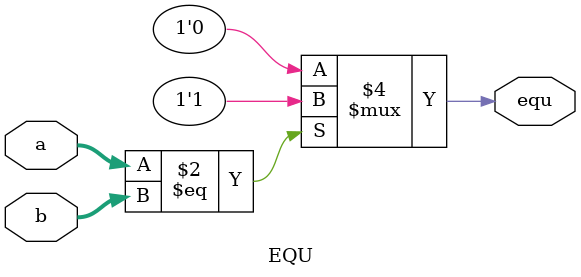
<source format=v>
`timescale 1ns / 1ps
module EQU(
input wire[31:0] a,
input wire[31:0] b,
output wire equ
    );

always@* begin
	if(a[31:0] == b[31:0]) equ <= 1;
	else equ <= 0;
end

endmodule

</source>
